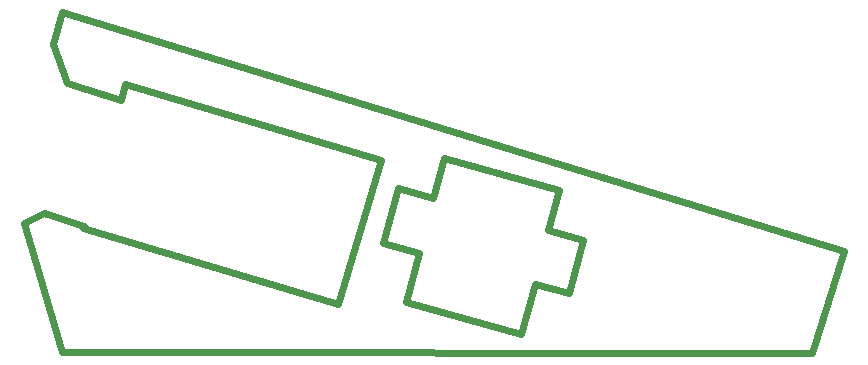
<source format=gbr>
%FSLAX34Y34*%
%MOMM*%
%LNOUTLINE*%
G71*
G01*
%ADD10C,0.600*%
%LPD*%
G54D10*
X475210Y95913D02*
X445338Y104198D01*
X454691Y137925D01*
X357364Y164916D01*
X348011Y131189D01*
X318138Y139473D01*
X305311Y93219D01*
X336147Y84668D01*
X324664Y43459D01*
X421991Y16468D01*
X433741Y58640D01*
X462650Y50623D01*
X475210Y95913D01*
G54D10*
X52425Y107832D02*
X51727Y105512D01*
X267603Y41377D01*
X303355Y163838D01*
X86972Y227444D01*
X83294Y214565D01*
X37990Y228669D01*
X25891Y261971D01*
X34069Y288543D01*
X696093Y86484D01*
X669070Y280D01*
X33857Y1290D01*
X1703Y109934D01*
X18282Y118613D01*
X52425Y107832D01*
M02*

</source>
